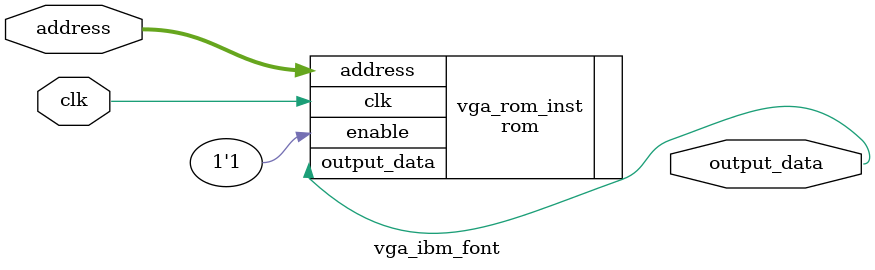
<source format=v>
`timescale 1ns / 1ps
`default_nettype none

module vga_ibm_font #(
    parameter PATH = ""
)(
    input wire clk,
    input wire [13:0] address,
    output wire output_data
);

    rom #(
        .ROM_WIDTH     ( 1       ),
        .ROM_ADDR_BITS ( 14      ),
        .BLOCK_TYPE    ( "block" ),  // distributed | block
        .PATH          ( PATH    )
    ) vga_rom_inst (
        .clk         ( clk         ),
        .address     ( address     ),
        .enable      ( 1'b1        ),
        .output_data ( output_data )
    );

endmodule
`default_nettype wire

</source>
